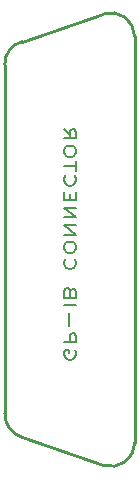
<source format=gbo>
G04 #@! TF.GenerationSoftware,KiCad,Pcbnew,6.0.1-79c1e3a40b~116~ubuntu20.04.1*
G04 #@! TF.CreationDate,2022-01-18T16:29:50+01:00*
G04 #@! TF.ProjectId,Arduino_GPIB_Adapter,41726475-696e-46f5-9f47-5049425f4164,rev?*
G04 #@! TF.SameCoordinates,Original*
G04 #@! TF.FileFunction,Legend,Bot*
G04 #@! TF.FilePolarity,Positive*
%FSLAX46Y46*%
G04 Gerber Fmt 4.6, Leading zero omitted, Abs format (unit mm)*
G04 Created by KiCad (PCBNEW 6.0.1-79c1e3a40b~116~ubuntu20.04.1) date 2022-01-18 16:29:50*
%MOMM*%
%LPD*%
G01*
G04 APERTURE LIST*
G04 Aperture macros list*
%AMRoundRect*
0 Rectangle with rounded corners*
0 $1 Rounding radius*
0 $2 $3 $4 $5 $6 $7 $8 $9 X,Y pos of 4 corners*
0 Add a 4 corners polygon primitive as box body*
4,1,4,$2,$3,$4,$5,$6,$7,$8,$9,$2,$3,0*
0 Add four circle primitives for the rounded corners*
1,1,$1+$1,$2,$3*
1,1,$1+$1,$4,$5*
1,1,$1+$1,$6,$7*
1,1,$1+$1,$8,$9*
0 Add four rect primitives between the rounded corners*
20,1,$1+$1,$2,$3,$4,$5,0*
20,1,$1+$1,$4,$5,$6,$7,0*
20,1,$1+$1,$6,$7,$8,$9,0*
20,1,$1+$1,$8,$9,$2,$3,0*%
G04 Aperture macros list end*
%ADD10C,0.200000*%
%ADD11C,0.250000*%
%ADD12C,0.120000*%
%ADD13RoundRect,0.476000X-0.625000X-0.425000X0.625000X-0.425000X0.625000X0.425000X-0.625000X0.425000X0*%
%ADD14O,2.202000X1.802000*%
G04 APERTURE END LIST*
D10*
X143364999Y-110711665D02*
X143412618Y-110844999D01*
X143412618Y-111044999D01*
X143364999Y-111244999D01*
X143269760Y-111378332D01*
X143174522Y-111444999D01*
X142984046Y-111511665D01*
X142841189Y-111511665D01*
X142650713Y-111444999D01*
X142555475Y-111378332D01*
X142460237Y-111244999D01*
X142412618Y-111044999D01*
X142412618Y-110911665D01*
X142460237Y-110711665D01*
X142507856Y-110644999D01*
X142841189Y-110644999D01*
X142841189Y-110911665D01*
X142412618Y-110044999D02*
X143412618Y-110044999D01*
X143412618Y-109511665D01*
X143364999Y-109378332D01*
X143317379Y-109311665D01*
X143222141Y-109244999D01*
X143079284Y-109244999D01*
X142984046Y-109311665D01*
X142936427Y-109378332D01*
X142888808Y-109511665D01*
X142888808Y-110044999D01*
X142793570Y-108644999D02*
X142793570Y-107578332D01*
X142412618Y-106911665D02*
X143412618Y-106911665D01*
X142936427Y-105778332D02*
X142888808Y-105578332D01*
X142841189Y-105511665D01*
X142745951Y-105444999D01*
X142603094Y-105444999D01*
X142507856Y-105511665D01*
X142460237Y-105578332D01*
X142412618Y-105711665D01*
X142412618Y-106244999D01*
X143412618Y-106244999D01*
X143412618Y-105778332D01*
X143364999Y-105644999D01*
X143317379Y-105578332D01*
X143222141Y-105511665D01*
X143126903Y-105511665D01*
X143031665Y-105578332D01*
X142984046Y-105644999D01*
X142936427Y-105778332D01*
X142936427Y-106244999D01*
X142507856Y-102978332D02*
X142460237Y-103044999D01*
X142412618Y-103244999D01*
X142412618Y-103378332D01*
X142460237Y-103578332D01*
X142555475Y-103711665D01*
X142650713Y-103778332D01*
X142841189Y-103844999D01*
X142984046Y-103844999D01*
X143174522Y-103778332D01*
X143269760Y-103711665D01*
X143364999Y-103578332D01*
X143412618Y-103378332D01*
X143412618Y-103244999D01*
X143364999Y-103044999D01*
X143317379Y-102978332D01*
X143412618Y-102111665D02*
X143412618Y-101844999D01*
X143364999Y-101711665D01*
X143269760Y-101578332D01*
X143079284Y-101511665D01*
X142745951Y-101511665D01*
X142555475Y-101578332D01*
X142460237Y-101711665D01*
X142412618Y-101844999D01*
X142412618Y-102111665D01*
X142460237Y-102244999D01*
X142555475Y-102378332D01*
X142745951Y-102444999D01*
X143079284Y-102444999D01*
X143269760Y-102378332D01*
X143364999Y-102244999D01*
X143412618Y-102111665D01*
X142412618Y-100911665D02*
X143412618Y-100911665D01*
X142412618Y-100111665D01*
X143412618Y-100111665D01*
X142412618Y-99444999D02*
X143412618Y-99444999D01*
X142412618Y-98644999D01*
X143412618Y-98644999D01*
X142936427Y-97978332D02*
X142936427Y-97511665D01*
X142412618Y-97311665D02*
X142412618Y-97978332D01*
X143412618Y-97978332D01*
X143412618Y-97311665D01*
X142507856Y-95911665D02*
X142460237Y-95978332D01*
X142412618Y-96178332D01*
X142412618Y-96311665D01*
X142460237Y-96511665D01*
X142555475Y-96644999D01*
X142650713Y-96711665D01*
X142841189Y-96778332D01*
X142984046Y-96778332D01*
X143174522Y-96711665D01*
X143269760Y-96644999D01*
X143364999Y-96511665D01*
X143412618Y-96311665D01*
X143412618Y-96178332D01*
X143364999Y-95978332D01*
X143317379Y-95911665D01*
X143412618Y-95511665D02*
X143412618Y-94711665D01*
X142412618Y-95111665D02*
X143412618Y-95111665D01*
X143412618Y-93978332D02*
X143412618Y-93711665D01*
X143364999Y-93578332D01*
X143269760Y-93444999D01*
X143079284Y-93378332D01*
X142745951Y-93378332D01*
X142555475Y-93444999D01*
X142460237Y-93578332D01*
X142412618Y-93711665D01*
X142412618Y-93978332D01*
X142460237Y-94111665D01*
X142555475Y-94244999D01*
X142745951Y-94311665D01*
X143079284Y-94311665D01*
X143269760Y-94244999D01*
X143364999Y-94111665D01*
X143412618Y-93978332D01*
X142412618Y-91978332D02*
X142888808Y-92444999D01*
X142412618Y-92778332D02*
X143412618Y-92778332D01*
X143412618Y-92244999D01*
X143364999Y-92111665D01*
X143317379Y-92044999D01*
X143222141Y-91978332D01*
X143079284Y-91978332D01*
X142984046Y-92044999D01*
X142936427Y-92111665D01*
X142888808Y-92244999D01*
X142888808Y-92778332D01*
D11*
X137384999Y-86534999D02*
X137394999Y-116064999D01*
X145704999Y-120414999D02*
X138824999Y-118074999D01*
X148384999Y-118544999D02*
X148374999Y-84137000D01*
X145694999Y-82247000D02*
X138867973Y-84572935D01*
X148374999Y-84137000D02*
G75*
G03*
X145694999Y-82247000I-2001696J6722D01*
G01*
X137394998Y-116064999D02*
G75*
G03*
X138854999Y-118084999I2042422J-61418D01*
G01*
X145704999Y-120434999D02*
G75*
G03*
X148384999Y-118544999I665938J1900813D01*
G01*
X138867973Y-84572935D02*
G75*
G03*
X137384999Y-86534999I469989J-1896694D01*
G01*
%LPC*%
D12*
X141259999Y-87764999D02*
X139389999Y-87764999D01*
X139389999Y-87764999D02*
X139389999Y-114784999D01*
X139389999Y-114784999D02*
X141259999Y-114784999D01*
X141259999Y-114784999D02*
X141259999Y-87764999D01*
G36*
X141259999Y-87764999D02*
G01*
X139389999Y-87764999D01*
X139389999Y-114784999D01*
X141259999Y-114784999D01*
X141259999Y-87764999D01*
G37*
X146444999Y-87794999D02*
X144574999Y-87794999D01*
X144574999Y-87794999D02*
X144574999Y-114814999D01*
X144574999Y-114814999D02*
X146444999Y-114814999D01*
X146444999Y-114814999D02*
X146444999Y-87794999D01*
G36*
X146444999Y-87794999D02*
G01*
X144574999Y-87794999D01*
X144574999Y-114814999D01*
X146444999Y-114814999D01*
X146444999Y-87794999D01*
G37*
D13*
X135200000Y-82660000D03*
D14*
X135200000Y-85200000D03*
X135200000Y-87740000D03*
X135200000Y-90280000D03*
X135200000Y-92820000D03*
X135200000Y-95360000D03*
X135200000Y-97900000D03*
X135200000Y-100440000D03*
X135200000Y-102980000D03*
X135200000Y-105520000D03*
X135200000Y-108060000D03*
X135200000Y-110600000D03*
X135200000Y-113140000D03*
X135200000Y-115680000D03*
X135200000Y-118220000D03*
X150440000Y-118220000D03*
X150440000Y-115680000D03*
X150440000Y-113140000D03*
X150440000Y-110600000D03*
X150440000Y-108060000D03*
X150440000Y-105520000D03*
X150440000Y-102980000D03*
X150440000Y-100440000D03*
X150440000Y-97900000D03*
X150440000Y-95360000D03*
X150440000Y-92820000D03*
X150440000Y-90280000D03*
X150440000Y-87740000D03*
X150440000Y-85200000D03*
X150440000Y-82660000D03*
M02*

</source>
